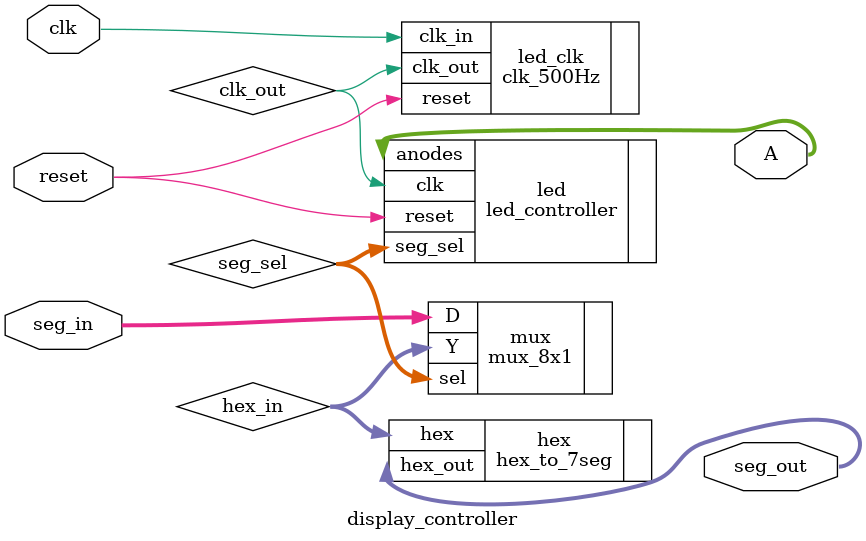
<source format=v>
`timescale 1ns / 1ps
module display_controller(clk, reset, seg_in, A, seg_out );
	
	//input declaration
	input clk, reset;
	input [31:0] seg_in;
	
	//output declaration
	output [7:0] A;
	output [6:0] seg_out;
	
	//wire declaration
	wire 		  clk_out;
	wire [2:0] seg_sel;
	wire [3:0] hex_in;
	
	//led clk to refresh every 20 ms
	clk_500Hz 		led_clk( .clk_in(clk), .reset(reset), .clk_out(clk_out));
	
	//controlls how the LED looks like
	led_controller 	led( .clk(clk_out), .reset(reset), .anodes(A), .seg_sel(seg_sel));
	
	//decides what will be displayed on the
	mux_8x1			mux( .D(seg_in), .sel(seg_sel), .Y(hex_in));
	
	//hex to 7 segment that will display 
	hex_to_7seg		hex( .hex(hex_in), .hex_out(seg_out));
	
endmodule

</source>
